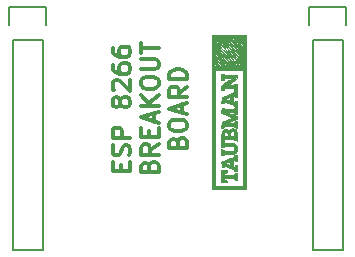
<source format=gbr>
G04 #@! TF.FileFunction,Legend,Top*
%FSLAX46Y46*%
G04 Gerber Fmt 4.6, Leading zero omitted, Abs format (unit mm)*
G04 Created by KiCad (PCBNEW 4.0.2-stable) date Tuesday, July 26, 2016 'PMt' 11:39:25 PM*
%MOMM*%
G01*
G04 APERTURE LIST*
%ADD10C,0.100000*%
%ADD11C,0.300000*%
%ADD12C,0.150000*%
%ADD13C,0.010000*%
G04 APERTURE END LIST*
D10*
D11*
X150146857Y-116466284D02*
X150146857Y-115966284D01*
X150932571Y-115751998D02*
X150932571Y-116466284D01*
X149432571Y-116466284D01*
X149432571Y-115751998D01*
X150861143Y-115180570D02*
X150932571Y-114966284D01*
X150932571Y-114609141D01*
X150861143Y-114466284D01*
X150789714Y-114394855D01*
X150646857Y-114323427D01*
X150504000Y-114323427D01*
X150361143Y-114394855D01*
X150289714Y-114466284D01*
X150218286Y-114609141D01*
X150146857Y-114894855D01*
X150075429Y-115037713D01*
X150004000Y-115109141D01*
X149861143Y-115180570D01*
X149718286Y-115180570D01*
X149575429Y-115109141D01*
X149504000Y-115037713D01*
X149432571Y-114894855D01*
X149432571Y-114537713D01*
X149504000Y-114323427D01*
X150932571Y-113680570D02*
X149432571Y-113680570D01*
X149432571Y-113109142D01*
X149504000Y-112966284D01*
X149575429Y-112894856D01*
X149718286Y-112823427D01*
X149932571Y-112823427D01*
X150075429Y-112894856D01*
X150146857Y-112966284D01*
X150218286Y-113109142D01*
X150218286Y-113680570D01*
X150075429Y-110823427D02*
X150004000Y-110966285D01*
X149932571Y-111037713D01*
X149789714Y-111109142D01*
X149718286Y-111109142D01*
X149575429Y-111037713D01*
X149504000Y-110966285D01*
X149432571Y-110823427D01*
X149432571Y-110537713D01*
X149504000Y-110394856D01*
X149575429Y-110323427D01*
X149718286Y-110251999D01*
X149789714Y-110251999D01*
X149932571Y-110323427D01*
X150004000Y-110394856D01*
X150075429Y-110537713D01*
X150075429Y-110823427D01*
X150146857Y-110966285D01*
X150218286Y-111037713D01*
X150361143Y-111109142D01*
X150646857Y-111109142D01*
X150789714Y-111037713D01*
X150861143Y-110966285D01*
X150932571Y-110823427D01*
X150932571Y-110537713D01*
X150861143Y-110394856D01*
X150789714Y-110323427D01*
X150646857Y-110251999D01*
X150361143Y-110251999D01*
X150218286Y-110323427D01*
X150146857Y-110394856D01*
X150075429Y-110537713D01*
X149575429Y-109680571D02*
X149504000Y-109609142D01*
X149432571Y-109466285D01*
X149432571Y-109109142D01*
X149504000Y-108966285D01*
X149575429Y-108894856D01*
X149718286Y-108823428D01*
X149861143Y-108823428D01*
X150075429Y-108894856D01*
X150932571Y-109751999D01*
X150932571Y-108823428D01*
X149432571Y-107537714D02*
X149432571Y-107823428D01*
X149504000Y-107966285D01*
X149575429Y-108037714D01*
X149789714Y-108180571D01*
X150075429Y-108252000D01*
X150646857Y-108252000D01*
X150789714Y-108180571D01*
X150861143Y-108109143D01*
X150932571Y-107966285D01*
X150932571Y-107680571D01*
X150861143Y-107537714D01*
X150789714Y-107466285D01*
X150646857Y-107394857D01*
X150289714Y-107394857D01*
X150146857Y-107466285D01*
X150075429Y-107537714D01*
X150004000Y-107680571D01*
X150004000Y-107966285D01*
X150075429Y-108109143D01*
X150146857Y-108180571D01*
X150289714Y-108252000D01*
X149432571Y-106109143D02*
X149432571Y-106394857D01*
X149504000Y-106537714D01*
X149575429Y-106609143D01*
X149789714Y-106752000D01*
X150075429Y-106823429D01*
X150646857Y-106823429D01*
X150789714Y-106752000D01*
X150861143Y-106680572D01*
X150932571Y-106537714D01*
X150932571Y-106252000D01*
X150861143Y-106109143D01*
X150789714Y-106037714D01*
X150646857Y-105966286D01*
X150289714Y-105966286D01*
X150146857Y-106037714D01*
X150075429Y-106109143D01*
X150004000Y-106252000D01*
X150004000Y-106537714D01*
X150075429Y-106680572D01*
X150146857Y-106752000D01*
X150289714Y-106823429D01*
X152546857Y-116109143D02*
X152618286Y-115894857D01*
X152689714Y-115823429D01*
X152832571Y-115752000D01*
X153046857Y-115752000D01*
X153189714Y-115823429D01*
X153261143Y-115894857D01*
X153332571Y-116037715D01*
X153332571Y-116609143D01*
X151832571Y-116609143D01*
X151832571Y-116109143D01*
X151904000Y-115966286D01*
X151975429Y-115894857D01*
X152118286Y-115823429D01*
X152261143Y-115823429D01*
X152404000Y-115894857D01*
X152475429Y-115966286D01*
X152546857Y-116109143D01*
X152546857Y-116609143D01*
X153332571Y-114252000D02*
X152618286Y-114752000D01*
X153332571Y-115109143D02*
X151832571Y-115109143D01*
X151832571Y-114537715D01*
X151904000Y-114394857D01*
X151975429Y-114323429D01*
X152118286Y-114252000D01*
X152332571Y-114252000D01*
X152475429Y-114323429D01*
X152546857Y-114394857D01*
X152618286Y-114537715D01*
X152618286Y-115109143D01*
X152546857Y-113609143D02*
X152546857Y-113109143D01*
X153332571Y-112894857D02*
X153332571Y-113609143D01*
X151832571Y-113609143D01*
X151832571Y-112894857D01*
X152904000Y-112323429D02*
X152904000Y-111609143D01*
X153332571Y-112466286D02*
X151832571Y-111966286D01*
X153332571Y-111466286D01*
X153332571Y-110966286D02*
X151832571Y-110966286D01*
X153332571Y-110109143D02*
X152475429Y-110752000D01*
X151832571Y-110109143D02*
X152689714Y-110966286D01*
X151832571Y-109180572D02*
X151832571Y-108894858D01*
X151904000Y-108752000D01*
X152046857Y-108609143D01*
X152332571Y-108537715D01*
X152832571Y-108537715D01*
X153118286Y-108609143D01*
X153261143Y-108752000D01*
X153332571Y-108894858D01*
X153332571Y-109180572D01*
X153261143Y-109323429D01*
X153118286Y-109466286D01*
X152832571Y-109537715D01*
X152332571Y-109537715D01*
X152046857Y-109466286D01*
X151904000Y-109323429D01*
X151832571Y-109180572D01*
X151832571Y-107894857D02*
X153046857Y-107894857D01*
X153189714Y-107823429D01*
X153261143Y-107752000D01*
X153332571Y-107609143D01*
X153332571Y-107323429D01*
X153261143Y-107180571D01*
X153189714Y-107109143D01*
X153046857Y-107037714D01*
X151832571Y-107037714D01*
X151832571Y-106537714D02*
X151832571Y-105680571D01*
X153332571Y-106109142D02*
X151832571Y-106109142D01*
X154946857Y-114073428D02*
X155018286Y-113859142D01*
X155089714Y-113787714D01*
X155232571Y-113716285D01*
X155446857Y-113716285D01*
X155589714Y-113787714D01*
X155661143Y-113859142D01*
X155732571Y-114002000D01*
X155732571Y-114573428D01*
X154232571Y-114573428D01*
X154232571Y-114073428D01*
X154304000Y-113930571D01*
X154375429Y-113859142D01*
X154518286Y-113787714D01*
X154661143Y-113787714D01*
X154804000Y-113859142D01*
X154875429Y-113930571D01*
X154946857Y-114073428D01*
X154946857Y-114573428D01*
X154232571Y-112787714D02*
X154232571Y-112502000D01*
X154304000Y-112359142D01*
X154446857Y-112216285D01*
X154732571Y-112144857D01*
X155232571Y-112144857D01*
X155518286Y-112216285D01*
X155661143Y-112359142D01*
X155732571Y-112502000D01*
X155732571Y-112787714D01*
X155661143Y-112930571D01*
X155518286Y-113073428D01*
X155232571Y-113144857D01*
X154732571Y-113144857D01*
X154446857Y-113073428D01*
X154304000Y-112930571D01*
X154232571Y-112787714D01*
X155304000Y-111573428D02*
X155304000Y-110859142D01*
X155732571Y-111716285D02*
X154232571Y-111216285D01*
X155732571Y-110716285D01*
X155732571Y-109359142D02*
X155018286Y-109859142D01*
X155732571Y-110216285D02*
X154232571Y-110216285D01*
X154232571Y-109644857D01*
X154304000Y-109501999D01*
X154375429Y-109430571D01*
X154518286Y-109359142D01*
X154732571Y-109359142D01*
X154875429Y-109430571D01*
X154946857Y-109501999D01*
X155018286Y-109644857D01*
X155018286Y-110216285D01*
X155732571Y-108716285D02*
X154232571Y-108716285D01*
X154232571Y-108359142D01*
X154304000Y-108144857D01*
X154446857Y-108001999D01*
X154589714Y-107930571D01*
X154875429Y-107859142D01*
X155089714Y-107859142D01*
X155375429Y-107930571D01*
X155518286Y-108001999D01*
X155661143Y-108144857D01*
X155732571Y-108359142D01*
X155732571Y-108716285D01*
D12*
X143510000Y-105410000D02*
X143510000Y-123190000D01*
X143510000Y-123190000D02*
X140970000Y-123190000D01*
X140970000Y-123190000D02*
X140970000Y-105410000D01*
X143790000Y-102590000D02*
X143790000Y-104140000D01*
X143510000Y-105410000D02*
X140970000Y-105410000D01*
X140690000Y-104140000D02*
X140690000Y-102590000D01*
X140690000Y-102590000D02*
X143790000Y-102590000D01*
X168910000Y-105410000D02*
X168910000Y-123190000D01*
X168910000Y-123190000D02*
X166370000Y-123190000D01*
X166370000Y-123190000D02*
X166370000Y-105410000D01*
X169190000Y-102590000D02*
X169190000Y-104140000D01*
X168910000Y-105410000D02*
X166370000Y-105410000D01*
X166090000Y-104140000D02*
X166090000Y-102590000D01*
X166090000Y-102590000D02*
X169190000Y-102590000D01*
D13*
G36*
X160756600Y-104952800D02*
X160756600Y-118008400D01*
X160508851Y-118008400D01*
X160508851Y-107645200D01*
X160524278Y-107639569D01*
X160524232Y-107621253D01*
X160522238Y-107617472D01*
X160522238Y-107398509D01*
X160527999Y-107391160D01*
X160528000Y-107390984D01*
X160524061Y-107379580D01*
X160524061Y-106917005D01*
X160528000Y-106908324D01*
X160520430Y-106885273D01*
X160519365Y-106883644D01*
X160519365Y-106690084D01*
X160527677Y-106683551D01*
X160528000Y-106679683D01*
X160520201Y-106655295D01*
X160513554Y-106645048D01*
X160513554Y-106461884D01*
X160526109Y-106459688D01*
X160528000Y-106451026D01*
X160521696Y-106430756D01*
X160521696Y-106220497D01*
X160527739Y-106208194D01*
X160528000Y-106202466D01*
X160522506Y-106178380D01*
X160522506Y-105984037D01*
X160527981Y-105969664D01*
X160528000Y-105968203D01*
X160521514Y-105946153D01*
X160521514Y-105759628D01*
X160527851Y-105744309D01*
X160528000Y-105739366D01*
X160516692Y-105700719D01*
X160509042Y-105689110D01*
X160509042Y-105513397D01*
X160524112Y-105510370D01*
X160527991Y-105486631D01*
X160528000Y-105484697D01*
X160528000Y-105317905D01*
X160528000Y-105248855D01*
X160515930Y-105193100D01*
X160491383Y-105165755D01*
X160433921Y-105157948D01*
X160413315Y-105160202D01*
X160394232Y-105172515D01*
X160408654Y-105200723D01*
X160449932Y-105243303D01*
X160528000Y-105317905D01*
X160528000Y-105484697D01*
X160508280Y-105425162D01*
X160447771Y-105344969D01*
X160391621Y-105286281D01*
X160305140Y-105207798D01*
X160241819Y-105167297D01*
X160200136Y-105160149D01*
X160179854Y-105168167D01*
X160180445Y-105187191D01*
X160206104Y-105223324D01*
X160261026Y-105282670D01*
X160336514Y-105358565D01*
X160421262Y-105441458D01*
X160476765Y-105491748D01*
X160509042Y-105513397D01*
X160509042Y-105689110D01*
X160480180Y-105645310D01*
X160414574Y-105568325D01*
X160315989Y-105464950D01*
X160264962Y-105413650D01*
X160152311Y-105303738D01*
X160068306Y-105227763D01*
X160007866Y-105181675D01*
X159965907Y-105161426D01*
X159946727Y-105160104D01*
X159931590Y-105168081D01*
X159934545Y-105187910D01*
X159959284Y-105224166D01*
X160009501Y-105281421D01*
X160088889Y-105364248D01*
X160201141Y-105477222D01*
X160209765Y-105485819D01*
X160324534Y-105599314D01*
X160408570Y-105679839D01*
X160466397Y-105730997D01*
X160502537Y-105756392D01*
X160521514Y-105759628D01*
X160521514Y-105946153D01*
X160518487Y-105935861D01*
X160487603Y-105887894D01*
X160431831Y-105820199D01*
X160347652Y-105728670D01*
X160231550Y-105609205D01*
X160150777Y-105528071D01*
X160015921Y-105394876D01*
X159911447Y-105295298D01*
X159833142Y-105225751D01*
X159776794Y-105182653D01*
X159738190Y-105162417D01*
X159718341Y-105160089D01*
X159705907Y-105167984D01*
X159710369Y-105188073D01*
X159735037Y-105224220D01*
X159783221Y-105280285D01*
X159858232Y-105360130D01*
X159963378Y-105467619D01*
X160095564Y-105600220D01*
X160232764Y-105736425D01*
X160338446Y-105839395D01*
X160416435Y-105912386D01*
X160470558Y-105958654D01*
X160504640Y-105981452D01*
X160522506Y-105984037D01*
X160522506Y-106178380D01*
X160521708Y-106174881D01*
X160500434Y-106136983D01*
X160460577Y-106084669D01*
X160398537Y-106013837D01*
X160310713Y-105920384D01*
X160193505Y-105800207D01*
X160043312Y-105649204D01*
X160036539Y-105642436D01*
X159879705Y-105486904D01*
X159754375Y-105365389D01*
X159657219Y-105274940D01*
X159584902Y-105212602D01*
X159534093Y-105175422D01*
X159501458Y-105160446D01*
X159492286Y-105160081D01*
X159483088Y-105168748D01*
X159491313Y-105191411D01*
X159519849Y-105231363D01*
X159571587Y-105291896D01*
X159649416Y-105376303D01*
X159756226Y-105487875D01*
X159894905Y-105629907D01*
X159983747Y-105720110D01*
X160138330Y-105876262D01*
X160261138Y-105998994D01*
X160355690Y-106091424D01*
X160425503Y-106156672D01*
X160474096Y-106197854D01*
X160504988Y-106218090D01*
X160521696Y-106220497D01*
X160521696Y-106430756D01*
X160519882Y-106424922D01*
X160493606Y-106384145D01*
X160446286Y-106325514D01*
X160375036Y-106245848D01*
X160276970Y-106141968D01*
X160149201Y-106010693D01*
X159988846Y-105848842D01*
X159909582Y-105769481D01*
X159735241Y-105596022D01*
X159592879Y-105456272D01*
X159479273Y-105347316D01*
X159391200Y-105266238D01*
X159325436Y-105210120D01*
X159278759Y-105176049D01*
X159247944Y-105161106D01*
X159235944Y-105160075D01*
X159226894Y-105167797D01*
X159233442Y-105188015D01*
X159258348Y-105223770D01*
X159304373Y-105278105D01*
X159374276Y-105354062D01*
X159470818Y-105454682D01*
X159596759Y-105583008D01*
X159754859Y-105742081D01*
X159854362Y-105841621D01*
X160030863Y-106017439D01*
X160174893Y-106159638D01*
X160289467Y-106270948D01*
X160377603Y-106354098D01*
X160442319Y-106411818D01*
X160486630Y-106446837D01*
X160513554Y-106461884D01*
X160513554Y-106645048D01*
X160495019Y-106616471D01*
X160449778Y-106560300D01*
X160381800Y-106483875D01*
X160288407Y-106384288D01*
X160166923Y-106258630D01*
X160014669Y-106103994D01*
X159828969Y-105917470D01*
X159795308Y-105883807D01*
X159604738Y-105693955D01*
X159446558Y-105537901D01*
X159317825Y-105412943D01*
X159215597Y-105316379D01*
X159136933Y-105245506D01*
X159078891Y-105197623D01*
X159038527Y-105170026D01*
X159012902Y-105160013D01*
X159007396Y-105160072D01*
X158999402Y-105167722D01*
X159006640Y-105187930D01*
X159031687Y-105223495D01*
X159077120Y-105277217D01*
X159145516Y-105351895D01*
X159239452Y-105450328D01*
X159361507Y-105575316D01*
X159514256Y-105729659D01*
X159700277Y-105916155D01*
X159740087Y-105955947D01*
X159932716Y-106147979D01*
X160092585Y-106306263D01*
X160222472Y-106433347D01*
X160325152Y-106531785D01*
X160403405Y-106604126D01*
X160460006Y-106652922D01*
X160497734Y-106680724D01*
X160519365Y-106690084D01*
X160519365Y-106883644D01*
X160496048Y-106847962D01*
X160452349Y-106793697D01*
X160386824Y-106719784D01*
X160296968Y-106623529D01*
X160180272Y-106502238D01*
X160034231Y-106353217D01*
X159856336Y-106173772D01*
X159681027Y-105998127D01*
X159475374Y-105793076D01*
X159302419Y-105621911D01*
X159159441Y-105482101D01*
X159043717Y-105371118D01*
X158952525Y-105286434D01*
X158883142Y-105225520D01*
X158832846Y-105185845D01*
X158798914Y-105164883D01*
X158778834Y-105160069D01*
X158771698Y-105167655D01*
X158779509Y-105187837D01*
X158804691Y-105223221D01*
X158849671Y-105276414D01*
X158916874Y-105350024D01*
X159008726Y-105446656D01*
X159127652Y-105568918D01*
X159276078Y-105719416D01*
X159456430Y-105900758D01*
X159625806Y-106070266D01*
X159833431Y-106277361D01*
X160008066Y-106450597D01*
X160152297Y-106592375D01*
X160268712Y-106705100D01*
X160359896Y-106791173D01*
X160428436Y-106852997D01*
X160476919Y-106892976D01*
X160507932Y-106913511D01*
X160524061Y-106917005D01*
X160524061Y-107379580D01*
X160520751Y-107369997D01*
X160515758Y-107362480D01*
X160515758Y-107166416D01*
X160522443Y-107160086D01*
X160522335Y-107158206D01*
X160511414Y-107132979D01*
X160480806Y-107090097D01*
X160428412Y-107027314D01*
X160352133Y-106942385D01*
X160249870Y-106833064D01*
X160119525Y-106697105D01*
X159958999Y-106532263D01*
X159766193Y-106336291D01*
X159553709Y-106121749D01*
X159332613Y-105899549D01*
X159144408Y-105711574D01*
X158986667Y-105555530D01*
X158856965Y-105429124D01*
X158752879Y-105330063D01*
X158671983Y-105256054D01*
X158611852Y-105204804D01*
X158570061Y-105174019D01*
X158544186Y-105161408D01*
X158537709Y-105160943D01*
X158532029Y-105168889D01*
X158542109Y-105190653D01*
X158570163Y-105228606D01*
X158618408Y-105285119D01*
X158689061Y-105362565D01*
X158784338Y-105463314D01*
X158906454Y-105589739D01*
X159057628Y-105744210D01*
X159240074Y-105929100D01*
X159456009Y-106146780D01*
X159506335Y-106197400D01*
X159730081Y-106422000D01*
X159920640Y-106612362D01*
X160080279Y-106770634D01*
X160211264Y-106898957D01*
X160315864Y-106999478D01*
X160396345Y-107074339D01*
X160454977Y-107125687D01*
X160494025Y-107155664D01*
X160515758Y-107166416D01*
X160515758Y-107362480D01*
X160497518Y-107335018D01*
X160456068Y-107283686D01*
X160394171Y-107213639D01*
X160309594Y-107122516D01*
X160200106Y-107007955D01*
X160063475Y-106867596D01*
X159897470Y-106699076D01*
X159699860Y-106500035D01*
X159468411Y-106268111D01*
X159439755Y-106239455D01*
X159205152Y-106005301D01*
X159003709Y-105805193D01*
X158833042Y-105636880D01*
X158690769Y-105498113D01*
X158574507Y-105386642D01*
X158481871Y-105300218D01*
X158410479Y-105236591D01*
X158357948Y-105193511D01*
X158321894Y-105168728D01*
X158299934Y-105159993D01*
X158296288Y-105160066D01*
X158290538Y-105167535D01*
X158299294Y-105187638D01*
X158324733Y-105222677D01*
X158369033Y-105274957D01*
X158434368Y-105346779D01*
X158522916Y-105440447D01*
X158636854Y-105558265D01*
X158778357Y-105702534D01*
X158949603Y-105875559D01*
X159152767Y-106079642D01*
X159384533Y-106311595D01*
X159620961Y-106547593D01*
X159824037Y-106749547D01*
X159996046Y-106919614D01*
X160139274Y-107059953D01*
X160256006Y-107172721D01*
X160348529Y-107260075D01*
X160419128Y-107324173D01*
X160470089Y-107367173D01*
X160503697Y-107391233D01*
X160522238Y-107398509D01*
X160522238Y-107617472D01*
X160506760Y-107588121D01*
X160469909Y-107538039D01*
X160411726Y-107468876D01*
X160330256Y-107378500D01*
X160223546Y-107264779D01*
X160089643Y-107125579D01*
X159926594Y-106958769D01*
X159732444Y-106762217D01*
X159505241Y-106533790D01*
X159327950Y-106356250D01*
X159076309Y-106105037D01*
X158858010Y-105888230D01*
X158670917Y-105703873D01*
X158512897Y-105550010D01*
X158381816Y-105424686D01*
X158275539Y-105325945D01*
X158191932Y-105251831D01*
X158128861Y-105200389D01*
X158084192Y-105169662D01*
X158055790Y-105157697D01*
X158041521Y-105162535D01*
X158038799Y-105174953D01*
X158056257Y-105195935D01*
X158106254Y-105249091D01*
X158185226Y-105330857D01*
X158289611Y-105437669D01*
X158415843Y-105565963D01*
X158560361Y-105712176D01*
X158719599Y-105872743D01*
X158889994Y-106044100D01*
X159067983Y-106222684D01*
X159250001Y-106404930D01*
X159432486Y-106587274D01*
X159611873Y-106766153D01*
X159784599Y-106938003D01*
X159947100Y-107099258D01*
X160095813Y-107246357D01*
X160227173Y-107375734D01*
X160337618Y-107483826D01*
X160423582Y-107567069D01*
X160481504Y-107621898D01*
X160507818Y-107644750D01*
X160508851Y-107645200D01*
X160508851Y-118008400D01*
X158064200Y-118008400D01*
X158064200Y-117754400D01*
X160502600Y-117754400D01*
X160502600Y-107924600D01*
X160294489Y-107924600D01*
X160294489Y-107645200D01*
X160303450Y-107640186D01*
X160298779Y-107623494D01*
X160278181Y-107592657D01*
X160239363Y-107545203D01*
X160180031Y-107478664D01*
X160097890Y-107390568D01*
X159990648Y-107278447D01*
X159856010Y-107139831D01*
X159691682Y-106972250D01*
X159495371Y-106773233D01*
X159321405Y-106597450D01*
X159127870Y-106402041D01*
X158941824Y-106214086D01*
X158766923Y-106037287D01*
X158606822Y-105875342D01*
X158465176Y-105731953D01*
X158345642Y-105610819D01*
X158251873Y-105515640D01*
X158187527Y-105450116D01*
X158161105Y-105423003D01*
X158097188Y-105357820D01*
X158060614Y-105325874D01*
X158043764Y-105323550D01*
X158039017Y-105347230D01*
X158038800Y-105364965D01*
X158044172Y-105384911D01*
X158061898Y-105415218D01*
X158094385Y-105458468D01*
X158144045Y-105517246D01*
X158213286Y-105594135D01*
X158304518Y-105691720D01*
X158420152Y-105812583D01*
X158562597Y-105959309D01*
X158734263Y-106134481D01*
X158937559Y-106340683D01*
X159134189Y-106539413D01*
X159368591Y-106775653D01*
X159570039Y-106977763D01*
X159740966Y-107148059D01*
X159883804Y-107288859D01*
X160000984Y-107402481D01*
X160094939Y-107491243D01*
X160168100Y-107557462D01*
X160222900Y-107603457D01*
X160261770Y-107631544D01*
X160287143Y-107644042D01*
X160294489Y-107645200D01*
X160294489Y-107924600D01*
X160070561Y-107924600D01*
X160070561Y-107645200D01*
X160078697Y-107639636D01*
X160072088Y-107621345D01*
X160048483Y-107587926D01*
X160005629Y-107536982D01*
X159941276Y-107466113D01*
X159853172Y-107372919D01*
X159739065Y-107255002D01*
X159596704Y-107109963D01*
X159423838Y-106935403D01*
X159218214Y-106728922D01*
X159092783Y-106603324D01*
X158867770Y-106378529D01*
X158675926Y-106187714D01*
X158514835Y-106028607D01*
X158382079Y-105898936D01*
X158275240Y-105796429D01*
X158191901Y-105718815D01*
X158129644Y-105663821D01*
X158086052Y-105629176D01*
X158058707Y-105612607D01*
X158045191Y-105611844D01*
X158042866Y-105616669D01*
X158058474Y-105647041D01*
X158106857Y-105708452D01*
X158184011Y-105796898D01*
X158285935Y-105908376D01*
X158408626Y-106038881D01*
X158548081Y-106184408D01*
X158700297Y-106340953D01*
X158861271Y-106504513D01*
X159027002Y-106671082D01*
X159193487Y-106836657D01*
X159356722Y-106997233D01*
X159512706Y-107148806D01*
X159657435Y-107287371D01*
X159786908Y-107408925D01*
X159897120Y-107509463D01*
X159984071Y-107584981D01*
X160043757Y-107631475D01*
X160070561Y-107645200D01*
X160070561Y-107924600D01*
X159841931Y-107924600D01*
X159841931Y-107645200D01*
X159850874Y-107639706D01*
X159844876Y-107621523D01*
X159821563Y-107588102D01*
X159778562Y-107536895D01*
X159713500Y-107465351D01*
X159624005Y-107370921D01*
X159507703Y-107251057D01*
X159362221Y-107103209D01*
X159185186Y-106924828D01*
X158978469Y-106717610D01*
X158767310Y-106506697D01*
X158589133Y-106329675D01*
X158441368Y-106184152D01*
X158321445Y-106067729D01*
X158226797Y-105978013D01*
X158154853Y-105912608D01*
X158103046Y-105869119D01*
X158068805Y-105845149D01*
X158049561Y-105838304D01*
X158042868Y-105845242D01*
X158058353Y-105876383D01*
X158106466Y-105938184D01*
X158182943Y-106026381D01*
X158283522Y-106136708D01*
X158403939Y-106264901D01*
X158539933Y-106406695D01*
X158687241Y-106557824D01*
X158841599Y-106714024D01*
X158998745Y-106871030D01*
X159154416Y-107024577D01*
X159304349Y-107170401D01*
X159444282Y-107304235D01*
X159569952Y-107421816D01*
X159677096Y-107518879D01*
X159761451Y-107591158D01*
X159818754Y-107634389D01*
X159841931Y-107645200D01*
X159841931Y-107924600D01*
X159600589Y-107924600D01*
X159600589Y-107645200D01*
X159616165Y-107642736D01*
X159621744Y-107633338D01*
X159614602Y-107613996D01*
X159592016Y-107581704D01*
X159551260Y-107533453D01*
X159489611Y-107466234D01*
X159404345Y-107377039D01*
X159292739Y-107262859D01*
X159152067Y-107120688D01*
X158979606Y-106947515D01*
X158864151Y-106831896D01*
X158671623Y-106639453D01*
X158511772Y-106480380D01*
X158381560Y-106351922D01*
X158277949Y-106251322D01*
X158197904Y-106175823D01*
X158138386Y-106122668D01*
X158096358Y-106089102D01*
X158068783Y-106072367D01*
X158052624Y-106069707D01*
X158044844Y-106078366D01*
X158043066Y-106086703D01*
X158044560Y-106107271D01*
X158055703Y-106134096D01*
X158079582Y-106170591D01*
X158119289Y-106220167D01*
X158177912Y-106286236D01*
X158258540Y-106372210D01*
X158364263Y-106481500D01*
X158498171Y-106617519D01*
X158663352Y-106783677D01*
X158779505Y-106900007D01*
X158965982Y-107086173D01*
X159120323Y-107239193D01*
X159245965Y-107362187D01*
X159346346Y-107458273D01*
X159424904Y-107530573D01*
X159485074Y-107582205D01*
X159530295Y-107616290D01*
X159564004Y-107635946D01*
X159589638Y-107644293D01*
X159600589Y-107645200D01*
X159600589Y-107924600D01*
X159359233Y-107924600D01*
X159359233Y-107645200D01*
X159370470Y-107639927D01*
X159366174Y-107622116D01*
X159343638Y-107588779D01*
X159300152Y-107536930D01*
X159233010Y-107463581D01*
X159139503Y-107365744D01*
X159016924Y-107240433D01*
X158862565Y-107084660D01*
X158737123Y-106958866D01*
X158558366Y-106780432D01*
X158412034Y-106635660D01*
X158295114Y-106521811D01*
X158204596Y-106436147D01*
X158137466Y-106375930D01*
X158090714Y-106338422D01*
X158061326Y-106320885D01*
X158046293Y-106320582D01*
X158042874Y-106327752D01*
X158058015Y-106361149D01*
X158105386Y-106424034D01*
X158179951Y-106511368D01*
X158276677Y-106618112D01*
X158390528Y-106739228D01*
X158516471Y-106869676D01*
X158649470Y-107004419D01*
X158784492Y-107138417D01*
X158916502Y-107266632D01*
X159040465Y-107384026D01*
X159151348Y-107485559D01*
X159244114Y-107566193D01*
X159313731Y-107620889D01*
X159355163Y-107644609D01*
X159359233Y-107645200D01*
X159359233Y-107924600D01*
X159130555Y-107924600D01*
X159130555Y-107645200D01*
X159143330Y-107640094D01*
X159140145Y-107622580D01*
X159118080Y-107589368D01*
X159074212Y-107537166D01*
X159005621Y-107462683D01*
X158909386Y-107362629D01*
X158782586Y-107233712D01*
X158622788Y-107073132D01*
X158461388Y-106912110D01*
X158332023Y-106784608D01*
X158231374Y-106687668D01*
X158156120Y-106618331D01*
X158102944Y-106573638D01*
X158068524Y-106550631D01*
X158049542Y-106546351D01*
X158042878Y-106556281D01*
X158057794Y-106591257D01*
X158104690Y-106654842D01*
X158177985Y-106741450D01*
X158272096Y-106845490D01*
X158381441Y-106961375D01*
X158500437Y-107083514D01*
X158623501Y-107206320D01*
X158745052Y-107324203D01*
X158859506Y-107431575D01*
X158961282Y-107522846D01*
X159044796Y-107592428D01*
X159104466Y-107634732D01*
X159130555Y-107645200D01*
X159130555Y-107924600D01*
X158901837Y-107924600D01*
X158901837Y-107645200D01*
X158916657Y-107640337D01*
X158914908Y-107623272D01*
X158893402Y-107590298D01*
X158848952Y-107537705D01*
X158778371Y-107461783D01*
X158678470Y-107358824D01*
X158546064Y-107225118D01*
X158508435Y-107187380D01*
X158366233Y-107045628D01*
X158255526Y-106937229D01*
X158172572Y-106858943D01*
X158113627Y-106807533D01*
X158074945Y-106779761D01*
X158052784Y-106772390D01*
X158043399Y-106782182D01*
X158042886Y-106784774D01*
X158057506Y-106821947D01*
X158103804Y-106886424D01*
X158175423Y-106971839D01*
X158266004Y-107071820D01*
X158369191Y-107180001D01*
X158478625Y-107290013D01*
X158587948Y-107395486D01*
X158690803Y-107490053D01*
X158780832Y-107567344D01*
X158851678Y-107620991D01*
X158896982Y-107644625D01*
X158901837Y-107645200D01*
X158901837Y-107924600D01*
X158647600Y-107924600D01*
X158647600Y-107645200D01*
X158665749Y-107640777D01*
X158666216Y-107624557D01*
X158645438Y-107592111D01*
X158599854Y-107539015D01*
X158525901Y-107460841D01*
X158420018Y-107353161D01*
X158381333Y-107314281D01*
X158263537Y-107197045D01*
X158176311Y-107112940D01*
X158115181Y-107058319D01*
X158075672Y-107029538D01*
X158053308Y-107022950D01*
X158043616Y-107034909D01*
X158042901Y-107038560D01*
X158057059Y-107079602D01*
X158102486Y-107145384D01*
X158171428Y-107228126D01*
X158256129Y-107320048D01*
X158348832Y-107413368D01*
X158441782Y-107500306D01*
X158527223Y-107573082D01*
X158597399Y-107623915D01*
X158644556Y-107645024D01*
X158647600Y-107645200D01*
X158647600Y-107924600D01*
X158418505Y-107924600D01*
X158418505Y-107645200D01*
X158441681Y-107641526D01*
X158445146Y-107626766D01*
X158424979Y-107595314D01*
X158377259Y-107541565D01*
X158298064Y-107459913D01*
X158266839Y-107428390D01*
X158175405Y-107337631D01*
X158113043Y-107279821D01*
X158074073Y-107250859D01*
X158052812Y-107246642D01*
X158043580Y-107263067D01*
X158042933Y-107266720D01*
X158056462Y-107314493D01*
X158100969Y-107381549D01*
X158166180Y-107457532D01*
X158241816Y-107532085D01*
X158317600Y-107594852D01*
X158383257Y-107635476D01*
X158418505Y-107645200D01*
X158418505Y-107924600D01*
X158187591Y-107924600D01*
X158187591Y-107645200D01*
X158222344Y-107643389D01*
X158230684Y-107632128D01*
X158209586Y-107602673D01*
X158156028Y-107546282D01*
X158151904Y-107542045D01*
X158095073Y-107485667D01*
X158063672Y-107462846D01*
X158048871Y-107469631D01*
X158043108Y-107493340D01*
X158055466Y-107560674D01*
X158103546Y-107616213D01*
X158172419Y-107644268D01*
X158187591Y-107645200D01*
X158187591Y-107924600D01*
X158064200Y-107924600D01*
X158064200Y-117754400D01*
X158064200Y-118008400D01*
X157810200Y-118008400D01*
X157810200Y-104952800D01*
X160756600Y-104952800D01*
X160756600Y-104952800D01*
G37*
X160756600Y-104952800D02*
X160756600Y-118008400D01*
X160508851Y-118008400D01*
X160508851Y-107645200D01*
X160524278Y-107639569D01*
X160524232Y-107621253D01*
X160522238Y-107617472D01*
X160522238Y-107398509D01*
X160527999Y-107391160D01*
X160528000Y-107390984D01*
X160524061Y-107379580D01*
X160524061Y-106917005D01*
X160528000Y-106908324D01*
X160520430Y-106885273D01*
X160519365Y-106883644D01*
X160519365Y-106690084D01*
X160527677Y-106683551D01*
X160528000Y-106679683D01*
X160520201Y-106655295D01*
X160513554Y-106645048D01*
X160513554Y-106461884D01*
X160526109Y-106459688D01*
X160528000Y-106451026D01*
X160521696Y-106430756D01*
X160521696Y-106220497D01*
X160527739Y-106208194D01*
X160528000Y-106202466D01*
X160522506Y-106178380D01*
X160522506Y-105984037D01*
X160527981Y-105969664D01*
X160528000Y-105968203D01*
X160521514Y-105946153D01*
X160521514Y-105759628D01*
X160527851Y-105744309D01*
X160528000Y-105739366D01*
X160516692Y-105700719D01*
X160509042Y-105689110D01*
X160509042Y-105513397D01*
X160524112Y-105510370D01*
X160527991Y-105486631D01*
X160528000Y-105484697D01*
X160528000Y-105317905D01*
X160528000Y-105248855D01*
X160515930Y-105193100D01*
X160491383Y-105165755D01*
X160433921Y-105157948D01*
X160413315Y-105160202D01*
X160394232Y-105172515D01*
X160408654Y-105200723D01*
X160449932Y-105243303D01*
X160528000Y-105317905D01*
X160528000Y-105484697D01*
X160508280Y-105425162D01*
X160447771Y-105344969D01*
X160391621Y-105286281D01*
X160305140Y-105207798D01*
X160241819Y-105167297D01*
X160200136Y-105160149D01*
X160179854Y-105168167D01*
X160180445Y-105187191D01*
X160206104Y-105223324D01*
X160261026Y-105282670D01*
X160336514Y-105358565D01*
X160421262Y-105441458D01*
X160476765Y-105491748D01*
X160509042Y-105513397D01*
X160509042Y-105689110D01*
X160480180Y-105645310D01*
X160414574Y-105568325D01*
X160315989Y-105464950D01*
X160264962Y-105413650D01*
X160152311Y-105303738D01*
X160068306Y-105227763D01*
X160007866Y-105181675D01*
X159965907Y-105161426D01*
X159946727Y-105160104D01*
X159931590Y-105168081D01*
X159934545Y-105187910D01*
X159959284Y-105224166D01*
X160009501Y-105281421D01*
X160088889Y-105364248D01*
X160201141Y-105477222D01*
X160209765Y-105485819D01*
X160324534Y-105599314D01*
X160408570Y-105679839D01*
X160466397Y-105730997D01*
X160502537Y-105756392D01*
X160521514Y-105759628D01*
X160521514Y-105946153D01*
X160518487Y-105935861D01*
X160487603Y-105887894D01*
X160431831Y-105820199D01*
X160347652Y-105728670D01*
X160231550Y-105609205D01*
X160150777Y-105528071D01*
X160015921Y-105394876D01*
X159911447Y-105295298D01*
X159833142Y-105225751D01*
X159776794Y-105182653D01*
X159738190Y-105162417D01*
X159718341Y-105160089D01*
X159705907Y-105167984D01*
X159710369Y-105188073D01*
X159735037Y-105224220D01*
X159783221Y-105280285D01*
X159858232Y-105360130D01*
X159963378Y-105467619D01*
X160095564Y-105600220D01*
X160232764Y-105736425D01*
X160338446Y-105839395D01*
X160416435Y-105912386D01*
X160470558Y-105958654D01*
X160504640Y-105981452D01*
X160522506Y-105984037D01*
X160522506Y-106178380D01*
X160521708Y-106174881D01*
X160500434Y-106136983D01*
X160460577Y-106084669D01*
X160398537Y-106013837D01*
X160310713Y-105920384D01*
X160193505Y-105800207D01*
X160043312Y-105649204D01*
X160036539Y-105642436D01*
X159879705Y-105486904D01*
X159754375Y-105365389D01*
X159657219Y-105274940D01*
X159584902Y-105212602D01*
X159534093Y-105175422D01*
X159501458Y-105160446D01*
X159492286Y-105160081D01*
X159483088Y-105168748D01*
X159491313Y-105191411D01*
X159519849Y-105231363D01*
X159571587Y-105291896D01*
X159649416Y-105376303D01*
X159756226Y-105487875D01*
X159894905Y-105629907D01*
X159983747Y-105720110D01*
X160138330Y-105876262D01*
X160261138Y-105998994D01*
X160355690Y-106091424D01*
X160425503Y-106156672D01*
X160474096Y-106197854D01*
X160504988Y-106218090D01*
X160521696Y-106220497D01*
X160521696Y-106430756D01*
X160519882Y-106424922D01*
X160493606Y-106384145D01*
X160446286Y-106325514D01*
X160375036Y-106245848D01*
X160276970Y-106141968D01*
X160149201Y-106010693D01*
X159988846Y-105848842D01*
X159909582Y-105769481D01*
X159735241Y-105596022D01*
X159592879Y-105456272D01*
X159479273Y-105347316D01*
X159391200Y-105266238D01*
X159325436Y-105210120D01*
X159278759Y-105176049D01*
X159247944Y-105161106D01*
X159235944Y-105160075D01*
X159226894Y-105167797D01*
X159233442Y-105188015D01*
X159258348Y-105223770D01*
X159304373Y-105278105D01*
X159374276Y-105354062D01*
X159470818Y-105454682D01*
X159596759Y-105583008D01*
X159754859Y-105742081D01*
X159854362Y-105841621D01*
X160030863Y-106017439D01*
X160174893Y-106159638D01*
X160289467Y-106270948D01*
X160377603Y-106354098D01*
X160442319Y-106411818D01*
X160486630Y-106446837D01*
X160513554Y-106461884D01*
X160513554Y-106645048D01*
X160495019Y-106616471D01*
X160449778Y-106560300D01*
X160381800Y-106483875D01*
X160288407Y-106384288D01*
X160166923Y-106258630D01*
X160014669Y-106103994D01*
X159828969Y-105917470D01*
X159795308Y-105883807D01*
X159604738Y-105693955D01*
X159446558Y-105537901D01*
X159317825Y-105412943D01*
X159215597Y-105316379D01*
X159136933Y-105245506D01*
X159078891Y-105197623D01*
X159038527Y-105170026D01*
X159012902Y-105160013D01*
X159007396Y-105160072D01*
X158999402Y-105167722D01*
X159006640Y-105187930D01*
X159031687Y-105223495D01*
X159077120Y-105277217D01*
X159145516Y-105351895D01*
X159239452Y-105450328D01*
X159361507Y-105575316D01*
X159514256Y-105729659D01*
X159700277Y-105916155D01*
X159740087Y-105955947D01*
X159932716Y-106147979D01*
X160092585Y-106306263D01*
X160222472Y-106433347D01*
X160325152Y-106531785D01*
X160403405Y-106604126D01*
X160460006Y-106652922D01*
X160497734Y-106680724D01*
X160519365Y-106690084D01*
X160519365Y-106883644D01*
X160496048Y-106847962D01*
X160452349Y-106793697D01*
X160386824Y-106719784D01*
X160296968Y-106623529D01*
X160180272Y-106502238D01*
X160034231Y-106353217D01*
X159856336Y-106173772D01*
X159681027Y-105998127D01*
X159475374Y-105793076D01*
X159302419Y-105621911D01*
X159159441Y-105482101D01*
X159043717Y-105371118D01*
X158952525Y-105286434D01*
X158883142Y-105225520D01*
X158832846Y-105185845D01*
X158798914Y-105164883D01*
X158778834Y-105160069D01*
X158771698Y-105167655D01*
X158779509Y-105187837D01*
X158804691Y-105223221D01*
X158849671Y-105276414D01*
X158916874Y-105350024D01*
X159008726Y-105446656D01*
X159127652Y-105568918D01*
X159276078Y-105719416D01*
X159456430Y-105900758D01*
X159625806Y-106070266D01*
X159833431Y-106277361D01*
X160008066Y-106450597D01*
X160152297Y-106592375D01*
X160268712Y-106705100D01*
X160359896Y-106791173D01*
X160428436Y-106852997D01*
X160476919Y-106892976D01*
X160507932Y-106913511D01*
X160524061Y-106917005D01*
X160524061Y-107379580D01*
X160520751Y-107369997D01*
X160515758Y-107362480D01*
X160515758Y-107166416D01*
X160522443Y-107160086D01*
X160522335Y-107158206D01*
X160511414Y-107132979D01*
X160480806Y-107090097D01*
X160428412Y-107027314D01*
X160352133Y-106942385D01*
X160249870Y-106833064D01*
X160119525Y-106697105D01*
X159958999Y-106532263D01*
X159766193Y-106336291D01*
X159553709Y-106121749D01*
X159332613Y-105899549D01*
X159144408Y-105711574D01*
X158986667Y-105555530D01*
X158856965Y-105429124D01*
X158752879Y-105330063D01*
X158671983Y-105256054D01*
X158611852Y-105204804D01*
X158570061Y-105174019D01*
X158544186Y-105161408D01*
X158537709Y-105160943D01*
X158532029Y-105168889D01*
X158542109Y-105190653D01*
X158570163Y-105228606D01*
X158618408Y-105285119D01*
X158689061Y-105362565D01*
X158784338Y-105463314D01*
X158906454Y-105589739D01*
X159057628Y-105744210D01*
X159240074Y-105929100D01*
X159456009Y-106146780D01*
X159506335Y-106197400D01*
X159730081Y-106422000D01*
X159920640Y-106612362D01*
X160080279Y-106770634D01*
X160211264Y-106898957D01*
X160315864Y-106999478D01*
X160396345Y-107074339D01*
X160454977Y-107125687D01*
X160494025Y-107155664D01*
X160515758Y-107166416D01*
X160515758Y-107362480D01*
X160497518Y-107335018D01*
X160456068Y-107283686D01*
X160394171Y-107213639D01*
X160309594Y-107122516D01*
X160200106Y-107007955D01*
X160063475Y-106867596D01*
X159897470Y-106699076D01*
X159699860Y-106500035D01*
X159468411Y-106268111D01*
X159439755Y-106239455D01*
X159205152Y-106005301D01*
X159003709Y-105805193D01*
X158833042Y-105636880D01*
X158690769Y-105498113D01*
X158574507Y-105386642D01*
X158481871Y-105300218D01*
X158410479Y-105236591D01*
X158357948Y-105193511D01*
X158321894Y-105168728D01*
X158299934Y-105159993D01*
X158296288Y-105160066D01*
X158290538Y-105167535D01*
X158299294Y-105187638D01*
X158324733Y-105222677D01*
X158369033Y-105274957D01*
X158434368Y-105346779D01*
X158522916Y-105440447D01*
X158636854Y-105558265D01*
X158778357Y-105702534D01*
X158949603Y-105875559D01*
X159152767Y-106079642D01*
X159384533Y-106311595D01*
X159620961Y-106547593D01*
X159824037Y-106749547D01*
X159996046Y-106919614D01*
X160139274Y-107059953D01*
X160256006Y-107172721D01*
X160348529Y-107260075D01*
X160419128Y-107324173D01*
X160470089Y-107367173D01*
X160503697Y-107391233D01*
X160522238Y-107398509D01*
X160522238Y-107617472D01*
X160506760Y-107588121D01*
X160469909Y-107538039D01*
X160411726Y-107468876D01*
X160330256Y-107378500D01*
X160223546Y-107264779D01*
X160089643Y-107125579D01*
X159926594Y-106958769D01*
X159732444Y-106762217D01*
X159505241Y-106533790D01*
X159327950Y-106356250D01*
X159076309Y-106105037D01*
X158858010Y-105888230D01*
X158670917Y-105703873D01*
X158512897Y-105550010D01*
X158381816Y-105424686D01*
X158275539Y-105325945D01*
X158191932Y-105251831D01*
X158128861Y-105200389D01*
X158084192Y-105169662D01*
X158055790Y-105157697D01*
X158041521Y-105162535D01*
X158038799Y-105174953D01*
X158056257Y-105195935D01*
X158106254Y-105249091D01*
X158185226Y-105330857D01*
X158289611Y-105437669D01*
X158415843Y-105565963D01*
X158560361Y-105712176D01*
X158719599Y-105872743D01*
X158889994Y-106044100D01*
X159067983Y-106222684D01*
X159250001Y-106404930D01*
X159432486Y-106587274D01*
X159611873Y-106766153D01*
X159784599Y-106938003D01*
X159947100Y-107099258D01*
X160095813Y-107246357D01*
X160227173Y-107375734D01*
X160337618Y-107483826D01*
X160423582Y-107567069D01*
X160481504Y-107621898D01*
X160507818Y-107644750D01*
X160508851Y-107645200D01*
X160508851Y-118008400D01*
X158064200Y-118008400D01*
X158064200Y-117754400D01*
X160502600Y-117754400D01*
X160502600Y-107924600D01*
X160294489Y-107924600D01*
X160294489Y-107645200D01*
X160303450Y-107640186D01*
X160298779Y-107623494D01*
X160278181Y-107592657D01*
X160239363Y-107545203D01*
X160180031Y-107478664D01*
X160097890Y-107390568D01*
X159990648Y-107278447D01*
X159856010Y-107139831D01*
X159691682Y-106972250D01*
X159495371Y-106773233D01*
X159321405Y-106597450D01*
X159127870Y-106402041D01*
X158941824Y-106214086D01*
X158766923Y-106037287D01*
X158606822Y-105875342D01*
X158465176Y-105731953D01*
X158345642Y-105610819D01*
X158251873Y-105515640D01*
X158187527Y-105450116D01*
X158161105Y-105423003D01*
X158097188Y-105357820D01*
X158060614Y-105325874D01*
X158043764Y-105323550D01*
X158039017Y-105347230D01*
X158038800Y-105364965D01*
X158044172Y-105384911D01*
X158061898Y-105415218D01*
X158094385Y-105458468D01*
X158144045Y-105517246D01*
X158213286Y-105594135D01*
X158304518Y-105691720D01*
X158420152Y-105812583D01*
X158562597Y-105959309D01*
X158734263Y-106134481D01*
X158937559Y-106340683D01*
X159134189Y-106539413D01*
X159368591Y-106775653D01*
X159570039Y-106977763D01*
X159740966Y-107148059D01*
X159883804Y-107288859D01*
X160000984Y-107402481D01*
X160094939Y-107491243D01*
X160168100Y-107557462D01*
X160222900Y-107603457D01*
X160261770Y-107631544D01*
X160287143Y-107644042D01*
X160294489Y-107645200D01*
X160294489Y-107924600D01*
X160070561Y-107924600D01*
X160070561Y-107645200D01*
X160078697Y-107639636D01*
X160072088Y-107621345D01*
X160048483Y-107587926D01*
X160005629Y-107536982D01*
X159941276Y-107466113D01*
X159853172Y-107372919D01*
X159739065Y-107255002D01*
X159596704Y-107109963D01*
X159423838Y-106935403D01*
X159218214Y-106728922D01*
X159092783Y-106603324D01*
X158867770Y-106378529D01*
X158675926Y-106187714D01*
X158514835Y-106028607D01*
X158382079Y-105898936D01*
X158275240Y-105796429D01*
X158191901Y-105718815D01*
X158129644Y-105663821D01*
X158086052Y-105629176D01*
X158058707Y-105612607D01*
X158045191Y-105611844D01*
X158042866Y-105616669D01*
X158058474Y-105647041D01*
X158106857Y-105708452D01*
X158184011Y-105796898D01*
X158285935Y-105908376D01*
X158408626Y-106038881D01*
X158548081Y-106184408D01*
X158700297Y-106340953D01*
X158861271Y-106504513D01*
X159027002Y-106671082D01*
X159193487Y-106836657D01*
X159356722Y-106997233D01*
X159512706Y-107148806D01*
X159657435Y-107287371D01*
X159786908Y-107408925D01*
X159897120Y-107509463D01*
X159984071Y-107584981D01*
X160043757Y-107631475D01*
X160070561Y-107645200D01*
X160070561Y-107924600D01*
X159841931Y-107924600D01*
X159841931Y-107645200D01*
X159850874Y-107639706D01*
X159844876Y-107621523D01*
X159821563Y-107588102D01*
X159778562Y-107536895D01*
X159713500Y-107465351D01*
X159624005Y-107370921D01*
X159507703Y-107251057D01*
X159362221Y-107103209D01*
X159185186Y-106924828D01*
X158978469Y-106717610D01*
X158767310Y-106506697D01*
X158589133Y-106329675D01*
X158441368Y-106184152D01*
X158321445Y-106067729D01*
X158226797Y-105978013D01*
X158154853Y-105912608D01*
X158103046Y-105869119D01*
X158068805Y-105845149D01*
X158049561Y-105838304D01*
X158042868Y-105845242D01*
X158058353Y-105876383D01*
X158106466Y-105938184D01*
X158182943Y-106026381D01*
X158283522Y-106136708D01*
X158403939Y-106264901D01*
X158539933Y-106406695D01*
X158687241Y-106557824D01*
X158841599Y-106714024D01*
X158998745Y-106871030D01*
X159154416Y-107024577D01*
X159304349Y-107170401D01*
X159444282Y-107304235D01*
X159569952Y-107421816D01*
X159677096Y-107518879D01*
X159761451Y-107591158D01*
X159818754Y-107634389D01*
X159841931Y-107645200D01*
X159841931Y-107924600D01*
X159600589Y-107924600D01*
X159600589Y-107645200D01*
X159616165Y-107642736D01*
X159621744Y-107633338D01*
X159614602Y-107613996D01*
X159592016Y-107581704D01*
X159551260Y-107533453D01*
X159489611Y-107466234D01*
X159404345Y-107377039D01*
X159292739Y-107262859D01*
X159152067Y-107120688D01*
X158979606Y-106947515D01*
X158864151Y-106831896D01*
X158671623Y-106639453D01*
X158511772Y-106480380D01*
X158381560Y-106351922D01*
X158277949Y-106251322D01*
X158197904Y-106175823D01*
X158138386Y-106122668D01*
X158096358Y-106089102D01*
X158068783Y-106072367D01*
X158052624Y-106069707D01*
X158044844Y-106078366D01*
X158043066Y-106086703D01*
X158044560Y-106107271D01*
X158055703Y-106134096D01*
X158079582Y-106170591D01*
X158119289Y-106220167D01*
X158177912Y-106286236D01*
X158258540Y-106372210D01*
X158364263Y-106481500D01*
X158498171Y-106617519D01*
X158663352Y-106783677D01*
X158779505Y-106900007D01*
X158965982Y-107086173D01*
X159120323Y-107239193D01*
X159245965Y-107362187D01*
X159346346Y-107458273D01*
X159424904Y-107530573D01*
X159485074Y-107582205D01*
X159530295Y-107616290D01*
X159564004Y-107635946D01*
X159589638Y-107644293D01*
X159600589Y-107645200D01*
X159600589Y-107924600D01*
X159359233Y-107924600D01*
X159359233Y-107645200D01*
X159370470Y-107639927D01*
X159366174Y-107622116D01*
X159343638Y-107588779D01*
X159300152Y-107536930D01*
X159233010Y-107463581D01*
X159139503Y-107365744D01*
X159016924Y-107240433D01*
X158862565Y-107084660D01*
X158737123Y-106958866D01*
X158558366Y-106780432D01*
X158412034Y-106635660D01*
X158295114Y-106521811D01*
X158204596Y-106436147D01*
X158137466Y-106375930D01*
X158090714Y-106338422D01*
X158061326Y-106320885D01*
X158046293Y-106320582D01*
X158042874Y-106327752D01*
X158058015Y-106361149D01*
X158105386Y-106424034D01*
X158179951Y-106511368D01*
X158276677Y-106618112D01*
X158390528Y-106739228D01*
X158516471Y-106869676D01*
X158649470Y-107004419D01*
X158784492Y-107138417D01*
X158916502Y-107266632D01*
X159040465Y-107384026D01*
X159151348Y-107485559D01*
X159244114Y-107566193D01*
X159313731Y-107620889D01*
X159355163Y-107644609D01*
X159359233Y-107645200D01*
X159359233Y-107924600D01*
X159130555Y-107924600D01*
X159130555Y-107645200D01*
X159143330Y-107640094D01*
X159140145Y-107622580D01*
X159118080Y-107589368D01*
X159074212Y-107537166D01*
X159005621Y-107462683D01*
X158909386Y-107362629D01*
X158782586Y-107233712D01*
X158622788Y-107073132D01*
X158461388Y-106912110D01*
X158332023Y-106784608D01*
X158231374Y-106687668D01*
X158156120Y-106618331D01*
X158102944Y-106573638D01*
X158068524Y-106550631D01*
X158049542Y-106546351D01*
X158042878Y-106556281D01*
X158057794Y-106591257D01*
X158104690Y-106654842D01*
X158177985Y-106741450D01*
X158272096Y-106845490D01*
X158381441Y-106961375D01*
X158500437Y-107083514D01*
X158623501Y-107206320D01*
X158745052Y-107324203D01*
X158859506Y-107431575D01*
X158961282Y-107522846D01*
X159044796Y-107592428D01*
X159104466Y-107634732D01*
X159130555Y-107645200D01*
X159130555Y-107924600D01*
X158901837Y-107924600D01*
X158901837Y-107645200D01*
X158916657Y-107640337D01*
X158914908Y-107623272D01*
X158893402Y-107590298D01*
X158848952Y-107537705D01*
X158778371Y-107461783D01*
X158678470Y-107358824D01*
X158546064Y-107225118D01*
X158508435Y-107187380D01*
X158366233Y-107045628D01*
X158255526Y-106937229D01*
X158172572Y-106858943D01*
X158113627Y-106807533D01*
X158074945Y-106779761D01*
X158052784Y-106772390D01*
X158043399Y-106782182D01*
X158042886Y-106784774D01*
X158057506Y-106821947D01*
X158103804Y-106886424D01*
X158175423Y-106971839D01*
X158266004Y-107071820D01*
X158369191Y-107180001D01*
X158478625Y-107290013D01*
X158587948Y-107395486D01*
X158690803Y-107490053D01*
X158780832Y-107567344D01*
X158851678Y-107620991D01*
X158896982Y-107644625D01*
X158901837Y-107645200D01*
X158901837Y-107924600D01*
X158647600Y-107924600D01*
X158647600Y-107645200D01*
X158665749Y-107640777D01*
X158666216Y-107624557D01*
X158645438Y-107592111D01*
X158599854Y-107539015D01*
X158525901Y-107460841D01*
X158420018Y-107353161D01*
X158381333Y-107314281D01*
X158263537Y-107197045D01*
X158176311Y-107112940D01*
X158115181Y-107058319D01*
X158075672Y-107029538D01*
X158053308Y-107022950D01*
X158043616Y-107034909D01*
X158042901Y-107038560D01*
X158057059Y-107079602D01*
X158102486Y-107145384D01*
X158171428Y-107228126D01*
X158256129Y-107320048D01*
X158348832Y-107413368D01*
X158441782Y-107500306D01*
X158527223Y-107573082D01*
X158597399Y-107623915D01*
X158644556Y-107645024D01*
X158647600Y-107645200D01*
X158647600Y-107924600D01*
X158418505Y-107924600D01*
X158418505Y-107645200D01*
X158441681Y-107641526D01*
X158445146Y-107626766D01*
X158424979Y-107595314D01*
X158377259Y-107541565D01*
X158298064Y-107459913D01*
X158266839Y-107428390D01*
X158175405Y-107337631D01*
X158113043Y-107279821D01*
X158074073Y-107250859D01*
X158052812Y-107246642D01*
X158043580Y-107263067D01*
X158042933Y-107266720D01*
X158056462Y-107314493D01*
X158100969Y-107381549D01*
X158166180Y-107457532D01*
X158241816Y-107532085D01*
X158317600Y-107594852D01*
X158383257Y-107635476D01*
X158418505Y-107645200D01*
X158418505Y-107924600D01*
X158187591Y-107924600D01*
X158187591Y-107645200D01*
X158222344Y-107643389D01*
X158230684Y-107632128D01*
X158209586Y-107602673D01*
X158156028Y-107546282D01*
X158151904Y-107542045D01*
X158095073Y-107485667D01*
X158063672Y-107462846D01*
X158048871Y-107469631D01*
X158043108Y-107493340D01*
X158055466Y-107560674D01*
X158103546Y-107616213D01*
X158172419Y-107644268D01*
X158187591Y-107645200D01*
X158187591Y-107924600D01*
X158064200Y-107924600D01*
X158064200Y-117754400D01*
X158064200Y-118008400D01*
X157810200Y-118008400D01*
X157810200Y-104952800D01*
X160756600Y-104952800D01*
G36*
X158756349Y-114685890D02*
X158826825Y-114695604D01*
X158860979Y-114716592D01*
X158872416Y-114750850D01*
X158877315Y-114773244D01*
X158889862Y-114788859D01*
X158917989Y-114798919D01*
X158969626Y-114804643D01*
X159052706Y-114807253D01*
X159175160Y-114807970D01*
X159243641Y-114808000D01*
X159388850Y-114807374D01*
X159492576Y-114804733D01*
X159564128Y-114798940D01*
X159612814Y-114788853D01*
X159647945Y-114773335D01*
X159673674Y-114755357D01*
X159718853Y-114708121D01*
X159737900Y-114647967D01*
X159740600Y-114592100D01*
X159733522Y-114511862D01*
X159706191Y-114458884D01*
X159673674Y-114428844D01*
X159642733Y-114407907D01*
X159606021Y-114393355D01*
X159554230Y-114384050D01*
X159478050Y-114378850D01*
X159368172Y-114376617D01*
X159243641Y-114376200D01*
X159101326Y-114376471D01*
X159001879Y-114378097D01*
X158937368Y-114382299D01*
X158899863Y-114390298D01*
X158881431Y-114403316D01*
X158874140Y-114422573D01*
X158872416Y-114433350D01*
X158858359Y-114470948D01*
X158820652Y-114490180D01*
X158756350Y-114498311D01*
X158648400Y-114506121D01*
X158648400Y-113995200D01*
X158762700Y-113995200D01*
X158833232Y-113997832D01*
X158866649Y-114010769D01*
X158876563Y-114041573D01*
X158877000Y-114058700D01*
X158877000Y-114122200D01*
X159251650Y-114122758D01*
X159451279Y-114127139D01*
X159607390Y-114141510D01*
X159726762Y-114168714D01*
X159816171Y-114211595D01*
X159882394Y-114272994D01*
X159932209Y-114355756D01*
X159957800Y-114418969D01*
X159990438Y-114575344D01*
X159973321Y-114724262D01*
X159946829Y-114795300D01*
X159898804Y-114883141D01*
X159841127Y-114949812D01*
X159766552Y-114998032D01*
X159667835Y-115030519D01*
X159537731Y-115049991D01*
X159368995Y-115059167D01*
X159238950Y-115060886D01*
X158877000Y-115062000D01*
X158877000Y-115125500D01*
X158872262Y-115164685D01*
X158848975Y-115183250D01*
X158793529Y-115188758D01*
X158762700Y-115189000D01*
X158648400Y-115189000D01*
X158648399Y-114933540D01*
X158648399Y-114678080D01*
X158756349Y-114685890D01*
X158756349Y-114685890D01*
G37*
X158756349Y-114685890D02*
X158826825Y-114695604D01*
X158860979Y-114716592D01*
X158872416Y-114750850D01*
X158877315Y-114773244D01*
X158889862Y-114788859D01*
X158917989Y-114798919D01*
X158969626Y-114804643D01*
X159052706Y-114807253D01*
X159175160Y-114807970D01*
X159243641Y-114808000D01*
X159388850Y-114807374D01*
X159492576Y-114804733D01*
X159564128Y-114798940D01*
X159612814Y-114788853D01*
X159647945Y-114773335D01*
X159673674Y-114755357D01*
X159718853Y-114708121D01*
X159737900Y-114647967D01*
X159740600Y-114592100D01*
X159733522Y-114511862D01*
X159706191Y-114458884D01*
X159673674Y-114428844D01*
X159642733Y-114407907D01*
X159606021Y-114393355D01*
X159554230Y-114384050D01*
X159478050Y-114378850D01*
X159368172Y-114376617D01*
X159243641Y-114376200D01*
X159101326Y-114376471D01*
X159001879Y-114378097D01*
X158937368Y-114382299D01*
X158899863Y-114390298D01*
X158881431Y-114403316D01*
X158874140Y-114422573D01*
X158872416Y-114433350D01*
X158858359Y-114470948D01*
X158820652Y-114490180D01*
X158756350Y-114498311D01*
X158648400Y-114506121D01*
X158648400Y-113995200D01*
X158762700Y-113995200D01*
X158833232Y-113997832D01*
X158866649Y-114010769D01*
X158876563Y-114041573D01*
X158877000Y-114058700D01*
X158877000Y-114122200D01*
X159251650Y-114122758D01*
X159451279Y-114127139D01*
X159607390Y-114141510D01*
X159726762Y-114168714D01*
X159816171Y-114211595D01*
X159882394Y-114272994D01*
X159932209Y-114355756D01*
X159957800Y-114418969D01*
X159990438Y-114575344D01*
X159973321Y-114724262D01*
X159946829Y-114795300D01*
X159898804Y-114883141D01*
X159841127Y-114949812D01*
X159766552Y-114998032D01*
X159667835Y-115030519D01*
X159537731Y-115049991D01*
X159368995Y-115059167D01*
X159238950Y-115060886D01*
X158877000Y-115062000D01*
X158877000Y-115125500D01*
X158872262Y-115164685D01*
X158848975Y-115183250D01*
X158793529Y-115188758D01*
X158762700Y-115189000D01*
X158648400Y-115189000D01*
X158648399Y-114933540D01*
X158648399Y-114678080D01*
X158756349Y-114685890D01*
G36*
X159083266Y-116459000D02*
X159075383Y-116554250D01*
X159066122Y-116617136D01*
X159041547Y-116645662D01*
X158985228Y-116656260D01*
X158972250Y-116657384D01*
X158909811Y-116666272D01*
X158883098Y-116688851D01*
X158877055Y-116740178D01*
X158877000Y-116752634D01*
X158877000Y-116840000D01*
X159737225Y-116840000D01*
X159745262Y-116770150D01*
X159755866Y-116725045D01*
X159784077Y-116705096D01*
X159845559Y-116700327D01*
X159854900Y-116700300D01*
X159956500Y-116700300D01*
X159963743Y-116961105D01*
X159965753Y-117083753D01*
X159963030Y-117164289D01*
X159954654Y-117211255D01*
X159939704Y-117233197D01*
X159934139Y-117236049D01*
X159882334Y-117243834D01*
X159825295Y-117241945D01*
X159770030Y-117224569D01*
X159747494Y-117179245D01*
X159745262Y-117163850D01*
X159737225Y-117094000D01*
X158877000Y-117094000D01*
X158877000Y-117181367D01*
X158881056Y-117238973D01*
X158903262Y-117265313D01*
X158958675Y-117275443D01*
X158972250Y-117276617D01*
X159035135Y-117285878D01*
X159063661Y-117310453D01*
X159074259Y-117366772D01*
X159075383Y-117379750D01*
X159083266Y-117475000D01*
X158648400Y-117475000D01*
X158648400Y-116459000D01*
X159083266Y-116459000D01*
X159083266Y-116459000D01*
G37*
X159083266Y-116459000D02*
X159075383Y-116554250D01*
X159066122Y-116617136D01*
X159041547Y-116645662D01*
X158985228Y-116656260D01*
X158972250Y-116657384D01*
X158909811Y-116666272D01*
X158883098Y-116688851D01*
X158877055Y-116740178D01*
X158877000Y-116752634D01*
X158877000Y-116840000D01*
X159737225Y-116840000D01*
X159745262Y-116770150D01*
X159755866Y-116725045D01*
X159784077Y-116705096D01*
X159845559Y-116700327D01*
X159854900Y-116700300D01*
X159956500Y-116700300D01*
X159963743Y-116961105D01*
X159965753Y-117083753D01*
X159963030Y-117164289D01*
X159954654Y-117211255D01*
X159939704Y-117233197D01*
X159934139Y-117236049D01*
X159882334Y-117243834D01*
X159825295Y-117241945D01*
X159770030Y-117224569D01*
X159747494Y-117179245D01*
X159745262Y-117163850D01*
X159737225Y-117094000D01*
X158877000Y-117094000D01*
X158877000Y-117181367D01*
X158881056Y-117238973D01*
X158903262Y-117265313D01*
X158958675Y-117275443D01*
X158972250Y-117276617D01*
X159035135Y-117285878D01*
X159063661Y-117310453D01*
X159074259Y-117366772D01*
X159075383Y-117379750D01*
X159083266Y-117475000D01*
X158648400Y-117475000D01*
X158648400Y-116459000D01*
X159083266Y-116459000D01*
G36*
X159193388Y-115504236D02*
X159367404Y-115431959D01*
X159500005Y-115375840D01*
X159596806Y-115332838D01*
X159663426Y-115299912D01*
X159705480Y-115274021D01*
X159728585Y-115252122D01*
X159738359Y-115231176D01*
X159740417Y-115208141D01*
X159740417Y-115208050D01*
X159744427Y-115165161D01*
X159765293Y-115144767D01*
X159816718Y-115138569D01*
X159855759Y-115138200D01*
X159970918Y-115138200D01*
X159956500Y-115684300D01*
X159867849Y-115684300D01*
X159805929Y-115678372D01*
X159776711Y-115652801D01*
X159766249Y-115616380D01*
X159754604Y-115572355D01*
X159732503Y-115561481D01*
X159683443Y-115578060D01*
X159670750Y-115583404D01*
X159588200Y-115618348D01*
X159588200Y-115848803D01*
X159588873Y-115957988D01*
X159592737Y-116027196D01*
X159602551Y-116067248D01*
X159621080Y-116088963D01*
X159651085Y-116103164D01*
X159653353Y-116104029D01*
X159719717Y-116125085D01*
X159753745Y-116119773D01*
X159768520Y-116084477D01*
X159770583Y-116071650D01*
X159786812Y-116031689D01*
X159830180Y-116012211D01*
X159873950Y-116006617D01*
X159969200Y-115998734D01*
X159969200Y-116535200D01*
X159854900Y-116535200D01*
X159784531Y-116532801D01*
X159751196Y-116520007D01*
X159741167Y-116488426D01*
X159740600Y-116465320D01*
X159738203Y-116439518D01*
X159726790Y-116416573D01*
X159700024Y-116392765D01*
X159651567Y-116364376D01*
X159575085Y-116327684D01*
X159464240Y-116278970D01*
X159374470Y-116240785D01*
X159374470Y-116001800D01*
X159380024Y-115978717D01*
X159383840Y-115918720D01*
X159385000Y-115849400D01*
X159380778Y-115755004D01*
X159367564Y-115706838D01*
X159353250Y-115698485D01*
X159315603Y-115707683D01*
X159244502Y-115730714D01*
X159153845Y-115763015D01*
X159132977Y-115770792D01*
X158944454Y-115841614D01*
X159154197Y-115921707D01*
X159248852Y-115957428D01*
X159323876Y-115984941D01*
X159367881Y-116000106D01*
X159374470Y-116001800D01*
X159374470Y-116240785D01*
X159315150Y-116215552D01*
X158889700Y-116035664D01*
X158876750Y-116101282D01*
X158861606Y-116144072D01*
X158828166Y-116162823D01*
X158762450Y-116166900D01*
X158661100Y-116166900D01*
X158653820Y-115948736D01*
X158646541Y-115730571D01*
X159193388Y-115504236D01*
X159193388Y-115504236D01*
G37*
X159193388Y-115504236D02*
X159367404Y-115431959D01*
X159500005Y-115375840D01*
X159596806Y-115332838D01*
X159663426Y-115299912D01*
X159705480Y-115274021D01*
X159728585Y-115252122D01*
X159738359Y-115231176D01*
X159740417Y-115208141D01*
X159740417Y-115208050D01*
X159744427Y-115165161D01*
X159765293Y-115144767D01*
X159816718Y-115138569D01*
X159855759Y-115138200D01*
X159970918Y-115138200D01*
X159956500Y-115684300D01*
X159867849Y-115684300D01*
X159805929Y-115678372D01*
X159776711Y-115652801D01*
X159766249Y-115616380D01*
X159754604Y-115572355D01*
X159732503Y-115561481D01*
X159683443Y-115578060D01*
X159670750Y-115583404D01*
X159588200Y-115618348D01*
X159588200Y-115848803D01*
X159588873Y-115957988D01*
X159592737Y-116027196D01*
X159602551Y-116067248D01*
X159621080Y-116088963D01*
X159651085Y-116103164D01*
X159653353Y-116104029D01*
X159719717Y-116125085D01*
X159753745Y-116119773D01*
X159768520Y-116084477D01*
X159770583Y-116071650D01*
X159786812Y-116031689D01*
X159830180Y-116012211D01*
X159873950Y-116006617D01*
X159969200Y-115998734D01*
X159969200Y-116535200D01*
X159854900Y-116535200D01*
X159784531Y-116532801D01*
X159751196Y-116520007D01*
X159741167Y-116488426D01*
X159740600Y-116465320D01*
X159738203Y-116439518D01*
X159726790Y-116416573D01*
X159700024Y-116392765D01*
X159651567Y-116364376D01*
X159575085Y-116327684D01*
X159464240Y-116278970D01*
X159374470Y-116240785D01*
X159374470Y-116001800D01*
X159380024Y-115978717D01*
X159383840Y-115918720D01*
X159385000Y-115849400D01*
X159380778Y-115755004D01*
X159367564Y-115706838D01*
X159353250Y-115698485D01*
X159315603Y-115707683D01*
X159244502Y-115730714D01*
X159153845Y-115763015D01*
X159132977Y-115770792D01*
X158944454Y-115841614D01*
X159154197Y-115921707D01*
X159248852Y-115957428D01*
X159323876Y-115984941D01*
X159367881Y-116000106D01*
X159374470Y-116001800D01*
X159374470Y-116240785D01*
X159315150Y-116215552D01*
X158889700Y-116035664D01*
X158876750Y-116101282D01*
X158861606Y-116144072D01*
X158828166Y-116162823D01*
X158762450Y-116166900D01*
X158661100Y-116166900D01*
X158653820Y-115948736D01*
X158646541Y-115730571D01*
X159193388Y-115504236D01*
G36*
X158648400Y-113576745D02*
X158650854Y-113404105D01*
X158659630Y-113273505D01*
X158676845Y-113176360D01*
X158704615Y-113104083D01*
X158745059Y-113048089D01*
X158788447Y-113008865D01*
X158888203Y-112960438D01*
X159002566Y-112951516D01*
X159115255Y-112981273D01*
X159189738Y-113029227D01*
X159275643Y-113104653D01*
X159306912Y-113046227D01*
X159374732Y-112969264D01*
X159473206Y-112918335D01*
X159587571Y-112896722D01*
X159703059Y-112907709D01*
X159783221Y-112940310D01*
X159843747Y-112981463D01*
X159888698Y-113028655D01*
X159920569Y-113090023D01*
X159941859Y-113173706D01*
X159955064Y-113287841D01*
X159962681Y-113440565D01*
X159965159Y-113533224D01*
X159973818Y-113922147D01*
X159863559Y-113914224D01*
X159793784Y-113905701D01*
X159759837Y-113886891D01*
X159746745Y-113847951D01*
X159745262Y-113836450D01*
X159737225Y-113766600D01*
X159385000Y-113766600D01*
X159385000Y-113512600D01*
X159740600Y-113512600D01*
X159740600Y-113374744D01*
X159736969Y-113289317D01*
X159721769Y-113236034D01*
X159688534Y-113196496D01*
X159673674Y-113184244D01*
X159592877Y-113139113D01*
X159520375Y-113142204D01*
X159447395Y-113193895D01*
X159447345Y-113193946D01*
X159406826Y-113247002D01*
X159388436Y-113312490D01*
X159385000Y-113384446D01*
X159385000Y-113512600D01*
X159385000Y-113766600D01*
X158880374Y-113766600D01*
X158877000Y-113795923D01*
X158877000Y-113512600D01*
X159181800Y-113512600D01*
X159181800Y-113403952D01*
X159172584Y-113321267D01*
X159149702Y-113251422D01*
X159142259Y-113238852D01*
X159081848Y-113192982D01*
X159000505Y-113184550D01*
X158926130Y-113208694D01*
X158896293Y-113235486D01*
X158881312Y-113283843D01*
X158877009Y-113367797D01*
X158877000Y-113373794D01*
X158877000Y-113512600D01*
X158877000Y-113795923D01*
X158872337Y-113836450D01*
X158861474Y-113881176D01*
X158832462Y-113903332D01*
X158770170Y-113913051D01*
X158756350Y-113914111D01*
X158648399Y-113921921D01*
X158648400Y-113576745D01*
X158648400Y-113576745D01*
G37*
X158648400Y-113576745D02*
X158650854Y-113404105D01*
X158659630Y-113273505D01*
X158676845Y-113176360D01*
X158704615Y-113104083D01*
X158745059Y-113048089D01*
X158788447Y-113008865D01*
X158888203Y-112960438D01*
X159002566Y-112951516D01*
X159115255Y-112981273D01*
X159189738Y-113029227D01*
X159275643Y-113104653D01*
X159306912Y-113046227D01*
X159374732Y-112969264D01*
X159473206Y-112918335D01*
X159587571Y-112896722D01*
X159703059Y-112907709D01*
X159783221Y-112940310D01*
X159843747Y-112981463D01*
X159888698Y-113028655D01*
X159920569Y-113090023D01*
X159941859Y-113173706D01*
X159955064Y-113287841D01*
X159962681Y-113440565D01*
X159965159Y-113533224D01*
X159973818Y-113922147D01*
X159863559Y-113914224D01*
X159793784Y-113905701D01*
X159759837Y-113886891D01*
X159746745Y-113847951D01*
X159745262Y-113836450D01*
X159737225Y-113766600D01*
X159385000Y-113766600D01*
X159385000Y-113512600D01*
X159740600Y-113512600D01*
X159740600Y-113374744D01*
X159736969Y-113289317D01*
X159721769Y-113236034D01*
X159688534Y-113196496D01*
X159673674Y-113184244D01*
X159592877Y-113139113D01*
X159520375Y-113142204D01*
X159447395Y-113193895D01*
X159447345Y-113193946D01*
X159406826Y-113247002D01*
X159388436Y-113312490D01*
X159385000Y-113384446D01*
X159385000Y-113512600D01*
X159385000Y-113766600D01*
X158880374Y-113766600D01*
X158877000Y-113795923D01*
X158877000Y-113512600D01*
X159181800Y-113512600D01*
X159181800Y-113403952D01*
X159172584Y-113321267D01*
X159149702Y-113251422D01*
X159142259Y-113238852D01*
X159081848Y-113192982D01*
X159000505Y-113184550D01*
X158926130Y-113208694D01*
X158896293Y-113235486D01*
X158881312Y-113283843D01*
X158877009Y-113367797D01*
X158877000Y-113373794D01*
X158877000Y-113512600D01*
X158877000Y-113795923D01*
X158872337Y-113836450D01*
X158861474Y-113881176D01*
X158832462Y-113903332D01*
X158770170Y-113913051D01*
X158756350Y-113914111D01*
X158648399Y-113921921D01*
X158648400Y-113576745D01*
G36*
X158661100Y-112333465D02*
X159102875Y-112161640D01*
X159242431Y-112107082D01*
X159364825Y-112058702D01*
X159462511Y-112019524D01*
X159527945Y-111992578D01*
X159553578Y-111980888D01*
X159553596Y-111980871D01*
X159533876Y-111969556D01*
X159473652Y-111943311D01*
X159379995Y-111905020D01*
X159259974Y-111857568D01*
X159120661Y-111803838D01*
X159104607Y-111797723D01*
X158646674Y-111623520D01*
X158661100Y-111137700D01*
X158762700Y-111137700D01*
X158828736Y-111141422D01*
X158859802Y-111159240D01*
X158871560Y-111201131D01*
X158872337Y-111207550D01*
X158880374Y-111277400D01*
X159737225Y-111277400D01*
X159745262Y-111207550D01*
X159755866Y-111162445D01*
X159784077Y-111142496D01*
X159845559Y-111137727D01*
X159854900Y-111137700D01*
X159956500Y-111137700D01*
X159963738Y-111398050D01*
X159970977Y-111658400D01*
X159855788Y-111658400D01*
X159784910Y-111655816D01*
X159751195Y-111643076D01*
X159741079Y-111612702D01*
X159740600Y-111594900D01*
X159740600Y-111531400D01*
X159393466Y-111531400D01*
X159268521Y-111532190D01*
X159165255Y-111534357D01*
X159092463Y-111537597D01*
X159058938Y-111541609D01*
X159057900Y-111542967D01*
X159084308Y-111554993D01*
X159150775Y-111581461D01*
X159249630Y-111619427D01*
X159373202Y-111665943D01*
X159512983Y-111717756D01*
X159956500Y-111880978D01*
X159964195Y-111969743D01*
X159971891Y-112058509D01*
X159735595Y-112149549D01*
X159597877Y-112202639D01*
X159443587Y-112262162D01*
X159301156Y-112317149D01*
X159270700Y-112328915D01*
X159042100Y-112417240D01*
X159389662Y-112418820D01*
X159737225Y-112420400D01*
X159745262Y-112350550D01*
X159755866Y-112305445D01*
X159784077Y-112285496D01*
X159845559Y-112280727D01*
X159854900Y-112280700D01*
X159956500Y-112280700D01*
X159963724Y-112555254D01*
X159970949Y-112829807D01*
X159862124Y-112821954D01*
X159792889Y-112813332D01*
X159759378Y-112794082D01*
X159746522Y-112754183D01*
X159745262Y-112744250D01*
X159737225Y-112674400D01*
X158880374Y-112674400D01*
X158872337Y-112744250D01*
X158861565Y-112788820D01*
X158832809Y-112810985D01*
X158771001Y-112820756D01*
X158755412Y-112821957D01*
X158646524Y-112829813D01*
X158661100Y-112333465D01*
X158661100Y-112333465D01*
G37*
X158661100Y-112333465D02*
X159102875Y-112161640D01*
X159242431Y-112107082D01*
X159364825Y-112058702D01*
X159462511Y-112019524D01*
X159527945Y-111992578D01*
X159553578Y-111980888D01*
X159553596Y-111980871D01*
X159533876Y-111969556D01*
X159473652Y-111943311D01*
X159379995Y-111905020D01*
X159259974Y-111857568D01*
X159120661Y-111803838D01*
X159104607Y-111797723D01*
X158646674Y-111623520D01*
X158661100Y-111137700D01*
X158762700Y-111137700D01*
X158828736Y-111141422D01*
X158859802Y-111159240D01*
X158871560Y-111201131D01*
X158872337Y-111207550D01*
X158880374Y-111277400D01*
X159737225Y-111277400D01*
X159745262Y-111207550D01*
X159755866Y-111162445D01*
X159784077Y-111142496D01*
X159845559Y-111137727D01*
X159854900Y-111137700D01*
X159956500Y-111137700D01*
X159963738Y-111398050D01*
X159970977Y-111658400D01*
X159855788Y-111658400D01*
X159784910Y-111655816D01*
X159751195Y-111643076D01*
X159741079Y-111612702D01*
X159740600Y-111594900D01*
X159740600Y-111531400D01*
X159393466Y-111531400D01*
X159268521Y-111532190D01*
X159165255Y-111534357D01*
X159092463Y-111537597D01*
X159058938Y-111541609D01*
X159057900Y-111542967D01*
X159084308Y-111554993D01*
X159150775Y-111581461D01*
X159249630Y-111619427D01*
X159373202Y-111665943D01*
X159512983Y-111717756D01*
X159956500Y-111880978D01*
X159964195Y-111969743D01*
X159971891Y-112058509D01*
X159735595Y-112149549D01*
X159597877Y-112202639D01*
X159443587Y-112262162D01*
X159301156Y-112317149D01*
X159270700Y-112328915D01*
X159042100Y-112417240D01*
X159389662Y-112418820D01*
X159737225Y-112420400D01*
X159745262Y-112350550D01*
X159755866Y-112305445D01*
X159784077Y-112285496D01*
X159845559Y-112280727D01*
X159854900Y-112280700D01*
X159956500Y-112280700D01*
X159963724Y-112555254D01*
X159970949Y-112829807D01*
X159862124Y-112821954D01*
X159792889Y-112813332D01*
X159759378Y-112794082D01*
X159746522Y-112754183D01*
X159745262Y-112744250D01*
X159737225Y-112674400D01*
X158880374Y-112674400D01*
X158872337Y-112744250D01*
X158861565Y-112788820D01*
X158832809Y-112810985D01*
X158771001Y-112820756D01*
X158755412Y-112821957D01*
X158646524Y-112829813D01*
X158661100Y-112333465D01*
G36*
X158653761Y-110497994D02*
X158661100Y-110277387D01*
X159194500Y-110055239D01*
X159366706Y-109983167D01*
X159497660Y-109927102D01*
X159593167Y-109883920D01*
X159659034Y-109850500D01*
X159701069Y-109823718D01*
X159725078Y-109800451D01*
X159736869Y-109777578D01*
X159740721Y-109761496D01*
X159754948Y-109715461D01*
X159786299Y-109692747D01*
X159850651Y-109682904D01*
X159861371Y-109682090D01*
X159969200Y-109674280D01*
X159969200Y-110236000D01*
X159867600Y-110236000D01*
X159802140Y-110232535D01*
X159773046Y-110216186D01*
X159766036Y-110178030D01*
X159766000Y-110172500D01*
X159758899Y-110124925D01*
X159731095Y-110111622D01*
X159672834Y-110129657D01*
X159652895Y-110138478D01*
X159622491Y-110154868D01*
X159603500Y-110177602D01*
X159593241Y-110217606D01*
X159589035Y-110285805D01*
X159588201Y-110393126D01*
X159588200Y-110402215D01*
X159589447Y-110514583D01*
X159594365Y-110585995D01*
X159604719Y-110626259D01*
X159622273Y-110645186D01*
X159632650Y-110649256D01*
X159696637Y-110670679D01*
X159721550Y-110680336D01*
X159754373Y-110684131D01*
X159765533Y-110650647D01*
X159766000Y-110632418D01*
X159771140Y-110589820D01*
X159796140Y-110570883D01*
X159855370Y-110566243D01*
X159867600Y-110566200D01*
X159969200Y-110566200D01*
X159969200Y-111102521D01*
X159861371Y-111094711D01*
X159791978Y-111085711D01*
X159757496Y-111065096D01*
X159742049Y-111022421D01*
X159740721Y-111015327D01*
X159732205Y-110986905D01*
X159713185Y-110961018D01*
X159676763Y-110933536D01*
X159616037Y-110900328D01*
X159524109Y-110857263D01*
X159394077Y-110800213D01*
X159385000Y-110796301D01*
X159385000Y-110559859D01*
X159385000Y-110395212D01*
X159383569Y-110307004D01*
X159377305Y-110259810D01*
X159363253Y-110243878D01*
X159340550Y-110248591D01*
X159292078Y-110266977D01*
X159216073Y-110294544D01*
X159163241Y-110313272D01*
X159061567Y-110350249D01*
X159006449Y-110377567D01*
X158998164Y-110401344D01*
X159036993Y-110427696D01*
X159123213Y-110462741D01*
X159170866Y-110480501D01*
X159385000Y-110559859D01*
X159385000Y-110796301D01*
X159348621Y-110780619D01*
X159188880Y-110711904D01*
X159069930Y-110661356D01*
X158985773Y-110627360D01*
X158930412Y-110608295D01*
X158897850Y-110602546D01*
X158882088Y-110608493D01*
X158877130Y-110624519D01*
X158876978Y-110649006D01*
X158877000Y-110653389D01*
X158872557Y-110693472D01*
X158850164Y-110712546D01*
X158796222Y-110718303D01*
X158761711Y-110718600D01*
X158646422Y-110718600D01*
X158653761Y-110497994D01*
X158653761Y-110497994D01*
G37*
X158653761Y-110497994D02*
X158661100Y-110277387D01*
X159194500Y-110055239D01*
X159366706Y-109983167D01*
X159497660Y-109927102D01*
X159593167Y-109883920D01*
X159659034Y-109850500D01*
X159701069Y-109823718D01*
X159725078Y-109800451D01*
X159736869Y-109777578D01*
X159740721Y-109761496D01*
X159754948Y-109715461D01*
X159786299Y-109692747D01*
X159850651Y-109682904D01*
X159861371Y-109682090D01*
X159969200Y-109674280D01*
X159969200Y-110236000D01*
X159867600Y-110236000D01*
X159802140Y-110232535D01*
X159773046Y-110216186D01*
X159766036Y-110178030D01*
X159766000Y-110172500D01*
X159758899Y-110124925D01*
X159731095Y-110111622D01*
X159672834Y-110129657D01*
X159652895Y-110138478D01*
X159622491Y-110154868D01*
X159603500Y-110177602D01*
X159593241Y-110217606D01*
X159589035Y-110285805D01*
X159588201Y-110393126D01*
X159588200Y-110402215D01*
X159589447Y-110514583D01*
X159594365Y-110585995D01*
X159604719Y-110626259D01*
X159622273Y-110645186D01*
X159632650Y-110649256D01*
X159696637Y-110670679D01*
X159721550Y-110680336D01*
X159754373Y-110684131D01*
X159765533Y-110650647D01*
X159766000Y-110632418D01*
X159771140Y-110589820D01*
X159796140Y-110570883D01*
X159855370Y-110566243D01*
X159867600Y-110566200D01*
X159969200Y-110566200D01*
X159969200Y-111102521D01*
X159861371Y-111094711D01*
X159791978Y-111085711D01*
X159757496Y-111065096D01*
X159742049Y-111022421D01*
X159740721Y-111015327D01*
X159732205Y-110986905D01*
X159713185Y-110961018D01*
X159676763Y-110933536D01*
X159616037Y-110900328D01*
X159524109Y-110857263D01*
X159394077Y-110800213D01*
X159385000Y-110796301D01*
X159385000Y-110559859D01*
X159385000Y-110395212D01*
X159383569Y-110307004D01*
X159377305Y-110259810D01*
X159363253Y-110243878D01*
X159340550Y-110248591D01*
X159292078Y-110266977D01*
X159216073Y-110294544D01*
X159163241Y-110313272D01*
X159061567Y-110350249D01*
X159006449Y-110377567D01*
X158998164Y-110401344D01*
X159036993Y-110427696D01*
X159123213Y-110462741D01*
X159170866Y-110480501D01*
X159385000Y-110559859D01*
X159385000Y-110796301D01*
X159348621Y-110780619D01*
X159188880Y-110711904D01*
X159069930Y-110661356D01*
X158985773Y-110627360D01*
X158930412Y-110608295D01*
X158897850Y-110602546D01*
X158882088Y-110608493D01*
X158877130Y-110624519D01*
X158876978Y-110649006D01*
X158877000Y-110653389D01*
X158872557Y-110693472D01*
X158850164Y-110712546D01*
X158796222Y-110718303D01*
X158761711Y-110718600D01*
X158646422Y-110718600D01*
X158653761Y-110497994D01*
G36*
X158756350Y-108259690D02*
X158825255Y-108268375D01*
X158858499Y-108287902D01*
X158871214Y-108328406D01*
X158872337Y-108337350D01*
X158880374Y-108407200D01*
X159969200Y-108407200D01*
X159969200Y-108627420D01*
X159550100Y-108925993D01*
X159423337Y-109016790D01*
X159311970Y-109097497D01*
X159222176Y-109163559D01*
X159160133Y-109210421D01*
X159132018Y-109233530D01*
X159131000Y-109234983D01*
X159154758Y-109239015D01*
X159219472Y-109242321D01*
X159315297Y-109244562D01*
X159432391Y-109245400D01*
X159737225Y-109245400D01*
X159745262Y-109175550D01*
X159755866Y-109130445D01*
X159784077Y-109110496D01*
X159845559Y-109105727D01*
X159854900Y-109105700D01*
X159956500Y-109105700D01*
X159963738Y-109366050D01*
X159970977Y-109626400D01*
X159855788Y-109626400D01*
X159784910Y-109623816D01*
X159751195Y-109611076D01*
X159741079Y-109580702D01*
X159740600Y-109562900D01*
X159740600Y-109499400D01*
X158877000Y-109499400D01*
X158877000Y-109562900D01*
X158872262Y-109602085D01*
X158848975Y-109620650D01*
X158793529Y-109626158D01*
X158762700Y-109626400D01*
X158648400Y-109626400D01*
X158648400Y-109272904D01*
X159023050Y-109007011D01*
X159146989Y-108918883D01*
X159259462Y-108838595D01*
X159352706Y-108771715D01*
X159418957Y-108723807D01*
X159448500Y-108701967D01*
X159465857Y-108685635D01*
X159463350Y-108674544D01*
X159434228Y-108667658D01*
X159371742Y-108663942D01*
X159269143Y-108662358D01*
X159188150Y-108662008D01*
X158877000Y-108661200D01*
X158877000Y-108724700D01*
X158872262Y-108763885D01*
X158848975Y-108782450D01*
X158793529Y-108787958D01*
X158762700Y-108788200D01*
X158648400Y-108788200D01*
X158648400Y-108520040D01*
X158648399Y-108251880D01*
X158756350Y-108259690D01*
X158756350Y-108259690D01*
G37*
X158756350Y-108259690D02*
X158825255Y-108268375D01*
X158858499Y-108287902D01*
X158871214Y-108328406D01*
X158872337Y-108337350D01*
X158880374Y-108407200D01*
X159969200Y-108407200D01*
X159969200Y-108627420D01*
X159550100Y-108925993D01*
X159423337Y-109016790D01*
X159311970Y-109097497D01*
X159222176Y-109163559D01*
X159160133Y-109210421D01*
X159132018Y-109233530D01*
X159131000Y-109234983D01*
X159154758Y-109239015D01*
X159219472Y-109242321D01*
X159315297Y-109244562D01*
X159432391Y-109245400D01*
X159737225Y-109245400D01*
X159745262Y-109175550D01*
X159755866Y-109130445D01*
X159784077Y-109110496D01*
X159845559Y-109105727D01*
X159854900Y-109105700D01*
X159956500Y-109105700D01*
X159963738Y-109366050D01*
X159970977Y-109626400D01*
X159855788Y-109626400D01*
X159784910Y-109623816D01*
X159751195Y-109611076D01*
X159741079Y-109580702D01*
X159740600Y-109562900D01*
X159740600Y-109499400D01*
X158877000Y-109499400D01*
X158877000Y-109562900D01*
X158872262Y-109602085D01*
X158848975Y-109620650D01*
X158793529Y-109626158D01*
X158762700Y-109626400D01*
X158648400Y-109626400D01*
X158648400Y-109272904D01*
X159023050Y-109007011D01*
X159146989Y-108918883D01*
X159259462Y-108838595D01*
X159352706Y-108771715D01*
X159418957Y-108723807D01*
X159448500Y-108701967D01*
X159465857Y-108685635D01*
X159463350Y-108674544D01*
X159434228Y-108667658D01*
X159371742Y-108663942D01*
X159269143Y-108662358D01*
X159188150Y-108662008D01*
X158877000Y-108661200D01*
X158877000Y-108724700D01*
X158872262Y-108763885D01*
X158848975Y-108782450D01*
X158793529Y-108787958D01*
X158762700Y-108788200D01*
X158648400Y-108788200D01*
X158648400Y-108520040D01*
X158648399Y-108251880D01*
X158756350Y-108259690D01*
M02*

</source>
